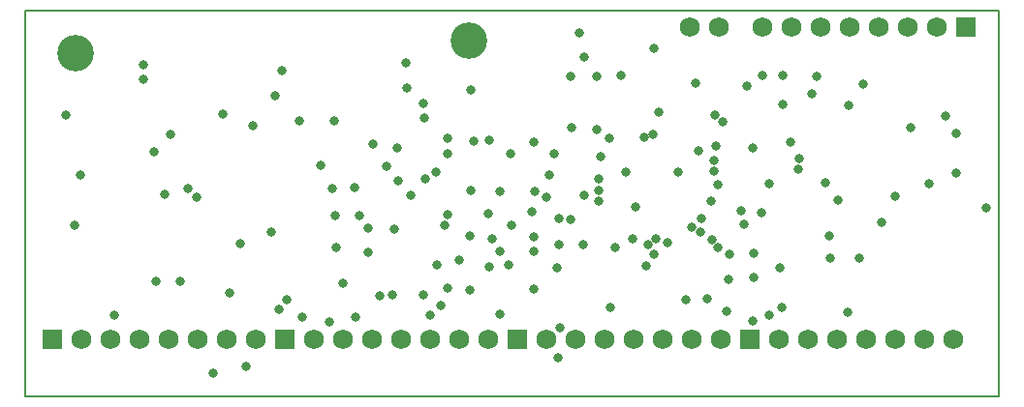
<source format=gbs>
G04*
G04 #@! TF.GenerationSoftware,Altium Limited,CircuitStudio,1.5.2 (1.5.2.30)*
G04*
G04 Layer_Color=8150272*
%FSLAX44Y44*%
%MOMM*%
G71*
G01*
G75*
%ADD35C,0.2030*%
%ADD71C,1.7272*%
%ADD72R,1.7272X1.7272*%
%ADD73C,3.2032*%
%ADD74C,0.8032*%
D35*
X334500Y255000D02*
Y592250D01*
X1184750D01*
Y255000D02*
Y592250D01*
X334500Y255000D02*
X1184750D01*
D71*
X914750Y578250D02*
D03*
X940150D02*
D03*
X1029050D02*
D03*
X1054450D02*
D03*
X1079850D02*
D03*
X1003650D02*
D03*
X978250D02*
D03*
X1130650D02*
D03*
X1105250D02*
D03*
X1094150Y305050D02*
D03*
X1068750D02*
D03*
X1043350D02*
D03*
X1017950D02*
D03*
X992550D02*
D03*
X1119550D02*
D03*
X1144950D02*
D03*
X890950D02*
D03*
X865550D02*
D03*
X840150D02*
D03*
X814750D02*
D03*
X789350D02*
D03*
X916350D02*
D03*
X941750D02*
D03*
X687750D02*
D03*
X662350D02*
D03*
X636950D02*
D03*
X611550D02*
D03*
X586150D02*
D03*
X713150D02*
D03*
X738550D02*
D03*
X484550D02*
D03*
X459150D02*
D03*
X433750D02*
D03*
X408350D02*
D03*
X382950D02*
D03*
X509950D02*
D03*
X535350D02*
D03*
D72*
X1156050Y578250D02*
D03*
X967150Y305050D02*
D03*
X763950D02*
D03*
X560750D02*
D03*
X357550D02*
D03*
D73*
X722250Y566050D02*
D03*
X378000Y555500D02*
D03*
D74*
X835750Y445050D02*
D03*
X837500Y464550D02*
D03*
X845000Y481050D02*
D03*
X461250Y484000D02*
D03*
X498750Y275500D02*
D03*
X527250Y280750D02*
D03*
X549104Y399050D02*
D03*
X888000Y503750D02*
D03*
X875480Y481432D02*
D03*
X937250Y501550D02*
D03*
X943750Y495050D02*
D03*
X882750Y484000D02*
D03*
X683250Y499000D02*
D03*
X681750Y511300D02*
D03*
X552250Y518000D02*
D03*
X437150Y532150D02*
D03*
Y544850D02*
D03*
X1066290Y528443D02*
D03*
X1094200Y429800D02*
D03*
X1054000Y509350D02*
D03*
X1107950Y490050D02*
D03*
X1124310Y441160D02*
D03*
X1148200Y450050D02*
D03*
X621750Y437750D02*
D03*
X626250Y413000D02*
D03*
X644000Y342500D02*
D03*
X656800Y401500D02*
D03*
X633900Y381100D02*
D03*
X605650Y384850D02*
D03*
X605500Y413000D02*
D03*
X558750Y540250D02*
D03*
X799250Y367500D02*
D03*
X1044750Y426500D02*
D03*
X666750Y547000D02*
D03*
X739500Y479152D02*
D03*
X726000Y478250D02*
D03*
X779250Y434000D02*
D03*
X749000D02*
D03*
X703500Y349250D02*
D03*
X722750Y348250D02*
D03*
X682250Y343500D02*
D03*
X693750Y370250D02*
D03*
X834000Y488250D02*
D03*
X930400Y340350D02*
D03*
X779000Y394250D02*
D03*
X920500Y529000D02*
D03*
X855250Y535500D02*
D03*
X833800Y534800D02*
D03*
X811000Y535250D02*
D03*
X723250Y434750D02*
D03*
X703250Y414098D02*
D03*
X701000Y404250D02*
D03*
X778750Y477500D02*
D03*
X659940Y443500D02*
D03*
X911200Y339550D02*
D03*
X739250Y414500D02*
D03*
X859500Y451050D02*
D03*
X904500Y451550D02*
D03*
X850000Y385000D02*
D03*
X969750Y472050D02*
D03*
X1147750Y485050D02*
D03*
X796350Y467600D02*
D03*
X821750Y388050D02*
D03*
X800500Y388000D02*
D03*
X810750Y410050D02*
D03*
X867750Y421050D02*
D03*
X1138750Y500050D02*
D03*
X978750Y536050D02*
D03*
X822750Y552050D02*
D03*
X885750Y393050D02*
D03*
X895750Y389050D02*
D03*
X876750Y369050D02*
D03*
X865290Y393050D02*
D03*
X878750Y388050D02*
D03*
X883750Y379050D02*
D03*
X949750D02*
D03*
X939750Y385050D02*
D03*
X934750Y392050D02*
D03*
X916750Y403050D02*
D03*
X970600Y379900D02*
D03*
X959750Y417050D02*
D03*
X969750Y321050D02*
D03*
X1036500Y395050D02*
D03*
X1062750Y376050D02*
D03*
X1037750D02*
D03*
X984570Y325870D02*
D03*
X939750Y440050D02*
D03*
X922750Y470050D02*
D03*
X602750Y437050D02*
D03*
X811750Y490050D02*
D03*
X935750Y452050D02*
D03*
X935750Y461050D02*
D03*
X592050Y456750D02*
D03*
X977750Y416050D02*
D03*
X739750Y368050D02*
D03*
X713076Y374174D02*
D03*
X748750Y327050D02*
D03*
X687750Y326050D02*
D03*
X697750Y334050D02*
D03*
X995750Y333050D02*
D03*
X1053000Y328800D02*
D03*
X756250Y369800D02*
D03*
X749076Y381600D02*
D03*
X779000Y381550D02*
D03*
X377002Y405060D02*
D03*
X382752Y448460D02*
D03*
X446669Y468626D02*
D03*
X476753Y437210D02*
D03*
X456502Y431710D02*
D03*
X470003Y355210D02*
D03*
X448252Y355960D02*
D03*
X412253Y325960D02*
D03*
X522342Y388710D02*
D03*
X670750Y431050D02*
D03*
X684250Y445550D02*
D03*
X692750Y451550D02*
D03*
X637750Y475750D02*
D03*
X703250Y480750D02*
D03*
Y467250D02*
D03*
X573750Y496050D02*
D03*
X604250Y496500D02*
D03*
X533000Y491800D02*
D03*
X506500Y501800D02*
D03*
X484253Y429210D02*
D03*
X600200Y320300D02*
D03*
X576700Y324550D02*
D03*
X562750Y339404D02*
D03*
X1003000Y477800D02*
D03*
X1010250Y463300D02*
D03*
X984500Y441300D02*
D03*
X1083000Y407050D02*
D03*
X1025500Y534800D02*
D03*
X789500Y429550D02*
D03*
X835750Y426050D02*
D03*
Y435550D02*
D03*
X924999Y410305D02*
D03*
X924000Y398550D02*
D03*
X933446Y425854D02*
D03*
X759000Y404300D02*
D03*
X800500Y410750D02*
D03*
X776750Y416300D02*
D03*
X822750Y431050D02*
D03*
X994003Y367553D02*
D03*
X962001Y405305D02*
D03*
X723250Y523550D02*
D03*
X1010000Y453550D02*
D03*
X1033250Y441550D02*
D03*
X1021500Y519550D02*
D03*
X949000Y357050D02*
D03*
X845750Y332800D02*
D03*
X801500Y315050D02*
D03*
X799750Y289050D02*
D03*
X779000Y349050D02*
D03*
X947500Y329050D02*
D03*
X970500Y359300D02*
D03*
X742250Y393050D02*
D03*
X722750Y395050D02*
D03*
X659396Y472790D02*
D03*
X1174000Y420050D02*
D03*
X556250Y331050D02*
D03*
X818750Y573300D02*
D03*
X937750Y474050D02*
D03*
X964750Y526750D02*
D03*
X884000Y559800D02*
D03*
X996000Y535550D02*
D03*
X996250Y510800D02*
D03*
X655250Y343550D02*
D03*
X611750Y353800D02*
D03*
X634000Y402300D02*
D03*
X622500Y324550D02*
D03*
X650236Y456557D02*
D03*
X513250Y345800D02*
D03*
X369750Y500800D02*
D03*
X792250Y449050D02*
D03*
X758250Y467250D02*
D03*
X668000Y525300D02*
D03*
M02*

</source>
